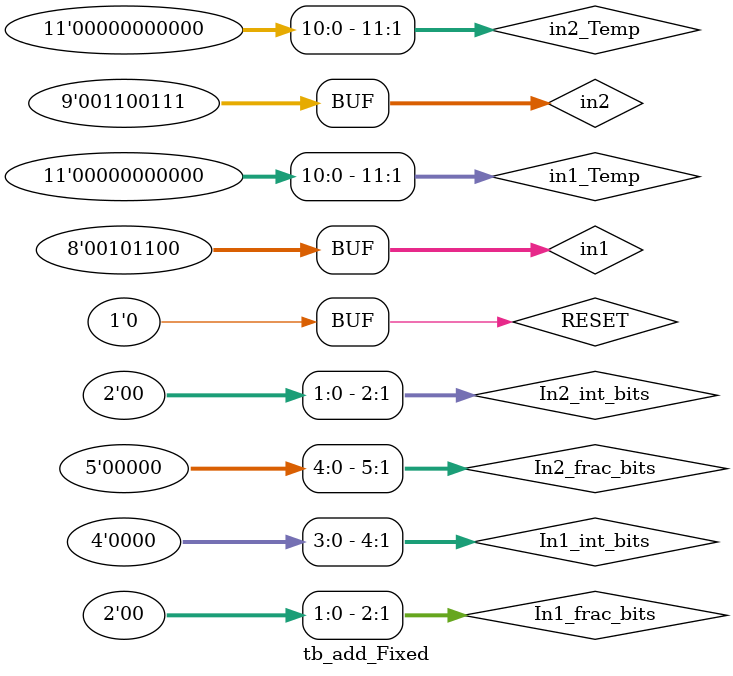
<source format=v>
`timescale 1ns / 1ps

module tb_add_Fixed;
// parameters
parameter WI1 = 5, WF1 = 3,                     // input 1 integer and fraction bits
          WI2 = 3, WF2 = 6,                     // input 2 integer and fraction bits
          WIO = WI1 > WI2 ? WI1 + 1 : WI2 + 1,  // output integer bits
          WFO = WF1 > WF2 ? WF1 : WF2;          // output fraction bits
//Inputs
reg RESET;
reg signed [WI1 + WF1 - 1 : 0] in1;
reg signed [WI2 + WF2 - 1 : 0] in2;
//Outputs
wire signed [WIO + WFO - 1 : 0] out;
//Instantiate DUT
add_Fixed #( .WI1(WI1), .WF1(WF1), .WI2(WI2), .WF2(WF2), .WIO(WIO) )
        DUT( .RESET(RESET), .in1(in1), .in2(in2), .out(out) );
        
        wire [WI1 - 1 : 0] In1_int_bits = DUT.In1_int_bits;
        wire [WF1 - 1 : 0] In1_frac_bits = DUT.In1_frac_bits;
        wire [WI2 - 1 : 0] In2_int_bits = DUT.In2_int_bits;
        wire [WF2 - 1 : 0] In2_frac_bits = DUT.In2_frac_bits;
        
        wire [WIO + WFO - 1 : 0] in1_Temp = DUT.in1_Temp;
        wire [WIO + WFO - 1 : 0] in2_Temp = DUT.in2_Temp;

initial
begin
    RESET <= 0;
    in1 <= 8'b1_0110_110;
    in2 <= 9'b1_01_110011;
    # 150;
    # 150;
    in1 <= 8'b0_1011_111;
    in2 <= 9'b1_11_100110;
    # 150;
    in1 <= 8'b0_0101_100;
    in2 <= 9'b0_10_100111;
    # 150;
    RESET <= 1;
    # 150;
    RESET <= 0;
    in1 <= 8'b1_1111_001;
    in2 <= 9'b1_01_000011;
    # 150;
    in1 <= 8'b0_0101_100;
    in2 <= 9'b0_01_100111;
end

endmodule



</source>
